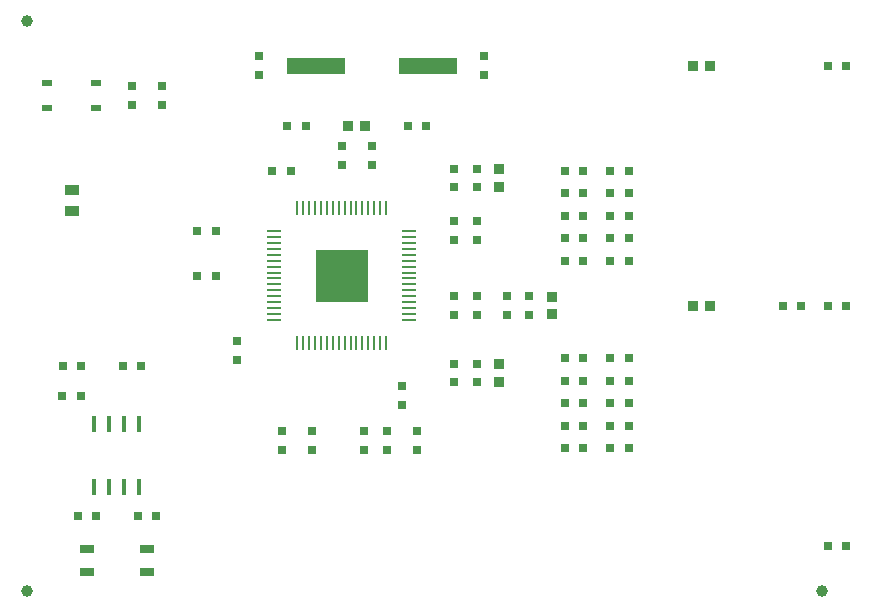
<source format=gtp>
G04*
G04 #@! TF.GenerationSoftware,Altium Limited,CircuitStudio,1.5.2 (30)*
G04*
G04 Layer_Color=7318015*
%FSLAX25Y25*%
%MOIN*%
G70*
G01*
G75*
%ADD12C,0.03937*%
%ADD50R,0.03416X0.03258*%
%ADD51R,0.05109X0.03731*%
%ADD52R,0.02943X0.03140*%
%ADD53R,0.03140X0.02943*%
%ADD54R,0.03140X0.02943*%
%ADD55R,0.02943X0.03140*%
%ADD56R,0.04712X0.02743*%
%ADD57R,0.03534X0.01959*%
%ADD58R,0.19253X0.05474*%
%ADD59R,0.01762X0.05306*%
%ADD60R,0.03258X0.03416*%
%ADD61R,0.17638X0.17638*%
%ADD62R,0.05112X0.00781*%
%ADD63R,0.00781X0.05112*%
D12*
X300000Y15000D02*
D03*
X35000Y205000D02*
D03*
Y15000D02*
D03*
D50*
X262913Y110000D02*
D03*
X257087D02*
D03*
X147913Y170000D02*
D03*
X142087D02*
D03*
X257087Y190000D02*
D03*
X262913D02*
D03*
D51*
X50000Y148543D02*
D03*
Y141457D02*
D03*
D52*
X229350Y92500D02*
D03*
X235650D02*
D03*
X229350Y70000D02*
D03*
X235650D02*
D03*
X229350Y62500D02*
D03*
X235650D02*
D03*
X229350Y132500D02*
D03*
X235650D02*
D03*
X116850Y155000D02*
D03*
X123150D02*
D03*
X121850Y170000D02*
D03*
X128150D02*
D03*
X235650Y77500D02*
D03*
X229350D02*
D03*
X98150Y135000D02*
D03*
X91850D02*
D03*
Y120000D02*
D03*
X98150D02*
D03*
X46850Y80000D02*
D03*
X53150D02*
D03*
X229350Y140000D02*
D03*
X235650D02*
D03*
Y85000D02*
D03*
X229350D02*
D03*
X235650Y147500D02*
D03*
X229350D02*
D03*
Y155000D02*
D03*
X235650D02*
D03*
X229350Y125000D02*
D03*
X235650D02*
D03*
D53*
X293051Y110000D02*
D03*
X286949D02*
D03*
X301949D02*
D03*
X308051D02*
D03*
Y190000D02*
D03*
X301949D02*
D03*
X308051Y30000D02*
D03*
X301949D02*
D03*
X66949Y90000D02*
D03*
X73051D02*
D03*
X53051D02*
D03*
X46949D02*
D03*
X161949Y170000D02*
D03*
X168051D02*
D03*
X71949Y40000D02*
D03*
X78051D02*
D03*
X214449Y77500D02*
D03*
X220551D02*
D03*
X214449Y85000D02*
D03*
X220551D02*
D03*
X214449Y62500D02*
D03*
X220551D02*
D03*
X51949Y40000D02*
D03*
X58051D02*
D03*
X214449Y140000D02*
D03*
X220551D02*
D03*
Y147500D02*
D03*
X214449D02*
D03*
X220551Y132500D02*
D03*
X214449D02*
D03*
X220551Y125000D02*
D03*
X214449D02*
D03*
Y92500D02*
D03*
X220551D02*
D03*
Y70000D02*
D03*
X214449D02*
D03*
Y155000D02*
D03*
X220551D02*
D03*
D54*
X70000Y176850D02*
D03*
Y183150D02*
D03*
X112500Y186850D02*
D03*
Y193150D02*
D03*
X187500Y186850D02*
D03*
Y193150D02*
D03*
X160000Y83150D02*
D03*
Y76850D02*
D03*
X130000Y68150D02*
D03*
Y61850D02*
D03*
X120000Y68150D02*
D03*
Y61850D02*
D03*
X150000Y156850D02*
D03*
Y163150D02*
D03*
X140000D02*
D03*
Y156850D02*
D03*
X105000Y91850D02*
D03*
Y98150D02*
D03*
X185000Y149350D02*
D03*
Y155650D02*
D03*
X177500D02*
D03*
Y149350D02*
D03*
X185000Y113150D02*
D03*
Y106850D02*
D03*
X177500Y113150D02*
D03*
Y106850D02*
D03*
Y84350D02*
D03*
Y90650D02*
D03*
X202500Y106850D02*
D03*
Y113150D02*
D03*
X185000Y138150D02*
D03*
Y131850D02*
D03*
Y90650D02*
D03*
Y84350D02*
D03*
X177500Y138150D02*
D03*
Y131850D02*
D03*
D55*
X155000Y61949D02*
D03*
Y68051D02*
D03*
X147500Y61949D02*
D03*
Y68051D02*
D03*
X80000Y176949D02*
D03*
Y183051D02*
D03*
X165000Y68051D02*
D03*
Y61949D02*
D03*
X195000Y113051D02*
D03*
Y106949D02*
D03*
D56*
X75000Y28839D02*
D03*
Y21161D02*
D03*
X55000Y28839D02*
D03*
Y21161D02*
D03*
D57*
X41831Y175768D02*
D03*
Y184232D02*
D03*
X58169D02*
D03*
Y175768D02*
D03*
D58*
X131299Y190000D02*
D03*
X168701D02*
D03*
D59*
X72500Y70630D02*
D03*
X67500D02*
D03*
X62500D02*
D03*
X57500D02*
D03*
X72500Y49370D02*
D03*
X67500D02*
D03*
X62500D02*
D03*
X57500D02*
D03*
D60*
X210000Y107087D02*
D03*
Y112913D02*
D03*
X192500Y155413D02*
D03*
Y149587D02*
D03*
Y90413D02*
D03*
Y84587D02*
D03*
D61*
X140000Y120000D02*
D03*
D62*
X162441Y134764D02*
D03*
Y132795D02*
D03*
Y130827D02*
D03*
Y128858D02*
D03*
Y126890D02*
D03*
Y124921D02*
D03*
Y122953D02*
D03*
Y120984D02*
D03*
Y119016D02*
D03*
Y117047D02*
D03*
Y115079D02*
D03*
Y113110D02*
D03*
Y111142D02*
D03*
Y109173D02*
D03*
Y107205D02*
D03*
Y105236D02*
D03*
X117559D02*
D03*
Y107205D02*
D03*
Y109173D02*
D03*
Y111142D02*
D03*
Y113110D02*
D03*
Y115079D02*
D03*
Y117047D02*
D03*
Y119016D02*
D03*
Y120984D02*
D03*
Y122953D02*
D03*
Y124921D02*
D03*
Y126890D02*
D03*
Y128858D02*
D03*
Y130827D02*
D03*
Y132795D02*
D03*
Y134764D02*
D03*
D63*
X154764Y97559D02*
D03*
X152795D02*
D03*
X150827D02*
D03*
X148858D02*
D03*
X146890D02*
D03*
X144921D02*
D03*
X142953D02*
D03*
X140984D02*
D03*
X139016D02*
D03*
X137047D02*
D03*
X135079D02*
D03*
X133110D02*
D03*
X131142D02*
D03*
X129173D02*
D03*
X127205D02*
D03*
X125236D02*
D03*
Y142441D02*
D03*
X127205D02*
D03*
X129173D02*
D03*
X131142D02*
D03*
X133110D02*
D03*
X135079D02*
D03*
X137047D02*
D03*
X139016D02*
D03*
X140984D02*
D03*
X142953D02*
D03*
X144921D02*
D03*
X146890D02*
D03*
X148858D02*
D03*
X150827D02*
D03*
X152795D02*
D03*
X154764D02*
D03*
M02*

</source>
